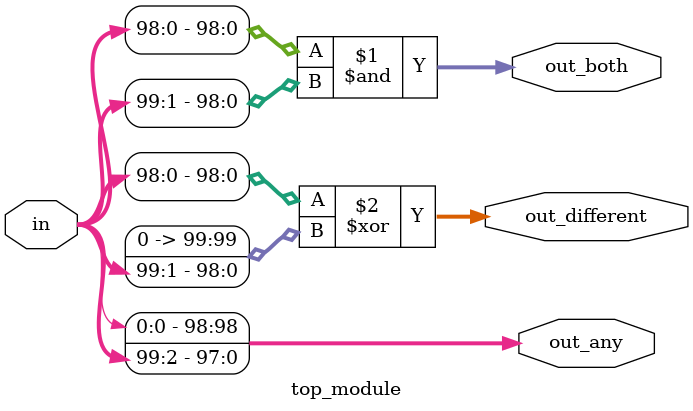
<source format=sv>
module top_module (
    input [99:0] in,
    output [98:0] out_both,
    output [99:1] out_any,
    output [99:0] out_different
);

    assign out_both = in[98:0] & in[99:1];
    
    assign out_any = {in[1:0], in[99:2]};
    
    assign out_different = in[98:0] ^ {in[99], in[98:1]};

endmodule

</source>
